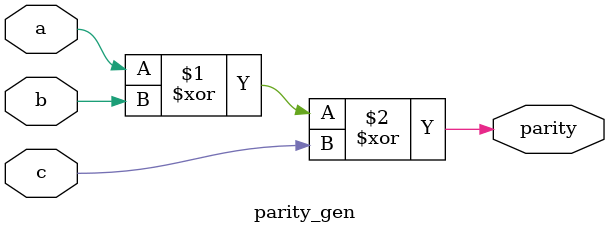
<source format=v>


module parity_gen(a,b,c,parity); // parity generator

input a,b,c; // declaring the inputs
output parity; // declaring output i.e the parity

 assign parity = a^b^c; // parity is given by (a xor b xor c)

endmodule 
</source>
